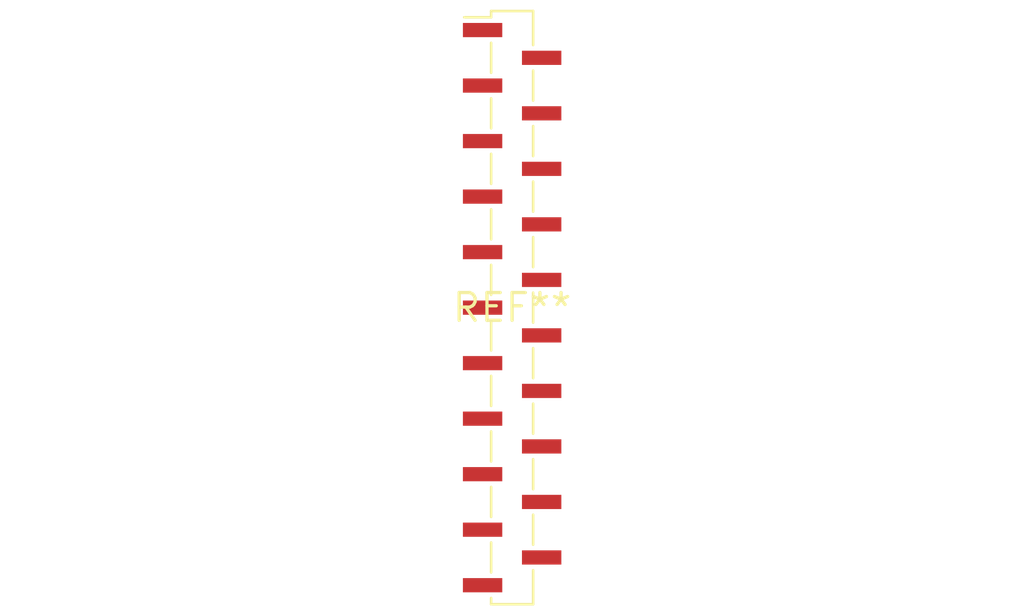
<source format=kicad_pcb>
(kicad_pcb (version 20240108) (generator pcbnew)
  (layers (0 "F.Cu" signal) (31 "B.Cu" signal) (34 "B.Paste" user) (35 "F.Paste" user) (36 "B.SilkS" user "B.Silkscreen") (37 "F.SilkS" user "F.Silkscreen") (38 "B.Mask" user) (39 "F.Mask" user) (44 "Edge.Cuts" user))
  (net 0 "")
  (footprint "PinSocket_1x21_P1.27mm_Vertical_SMD_Pin1Left" (layer "F.Cu") (at 0 0)
    (property "Reference" "REF**")
    (property "Value" "PinSocket_1x21_P1.27mm_Vertical_SMD_Pin1Left")
    (fp_line (start -2.19 -13.285) (end -0.96 -13.285) (layer "F.SilkS") (stroke (width 0.12)))
    (fp_line (start -0.96 -13.57) (end -0.96 -13.285) (layer "F.SilkS") (stroke (width 0.12)))
    (fp_line (start -0.96 -13.57) (end 0.96 -13.57) (layer "F.SilkS") (stroke (width 0.12)))
    (fp_line (start -0.96 -12.115) (end -0.96 -10.745) (layer "F.SilkS") (stroke (width 0.12)))
    (fp_line (start -0.96 -9.575) (end -0.96 -8.205) (layer "F.SilkS") (stroke (width 0.12)))
    (fp_line (start -0.96 -7.035) (end -0.96 -5.665) (layer "F.SilkS") (stroke (width 0.12)))
    (fp_line (start -0.96 -4.495) (end -0.96 -3.125) (layer "F.SilkS") (stroke (width 0.12)))
    (fp_line (start -0.96 -1.955) (end -0.96 -0.585) (layer "F.SilkS") (stroke (width 0.12)))
    (fp_line (start -0.96 0.585) (end -0.96 1.955) (layer "F.SilkS") (stroke (width 0.12)))
    (fp_line (start -0.96 3.125) (end -0.96 4.495) (layer "F.SilkS") (stroke (width 0.12)))
    (fp_line (start -0.96 5.665) (end -0.96 7.035) (layer "F.SilkS") (stroke (width 0.12)))
    (fp_line (start -0.96 8.205) (end -0.96 9.575) (layer "F.SilkS") (stroke (width 0.12)))
    (fp_line (start -0.96 10.745) (end -0.96 12.115) (layer "F.SilkS") (stroke (width 0.12)))
    (fp_line (start -0.96 13.285) (end -0.96 13.57) (layer "F.SilkS") (stroke (width 0.12)))
    (fp_line (start -0.96 13.57) (end 0.96 13.57) (layer "F.SilkS") (stroke (width 0.12)))
    (fp_line (start 0.96 -13.57) (end 0.96 -12.015) (layer "F.SilkS") (stroke (width 0.12)))
    (fp_line (start 0.96 -10.845) (end 0.96 -9.475) (layer "F.SilkS") (stroke (width 0.12)))
    (fp_line (start 0.96 -8.305) (end 0.96 -6.935) (layer "F.SilkS") (stroke (width 0.12)))
    (fp_line (start 0.96 -5.765) (end 0.96 -4.395) (layer "F.SilkS") (stroke (width 0.12)))
    (fp_line (start 0.96 -3.225) (end 0.96 -1.855) (layer "F.SilkS") (stroke (width 0.12)))
    (fp_line (start 0.96 -0.685) (end 0.96 0.685) (layer "F.SilkS") (stroke (width 0.12)))
    (fp_line (start 0.96 1.855) (end 0.96 3.225) (layer "F.SilkS") (stroke (width 0.12)))
    (fp_line (start 0.96 4.395) (end 0.96 5.765) (layer "F.SilkS") (stroke (width 0.12)))
    (fp_line (start 0.96 6.935) (end 0.96 8.305) (layer "F.SilkS") (stroke (width 0.12)))
    (fp_line (start 0.96 9.475) (end 0.96 10.845) (layer "F.SilkS") (stroke (width 0.12)))
    (fp_line (start 0.96 12.015) (end 0.96 13.57) (layer "F.SilkS") (stroke (width 0.12)))
    (pad "1" smd rect (at -1.35 -12.7) (size 1.8 0.65) (layers "F.Cu" "F.Paste" "F.Mask"))
    (pad "2" smd rect (at 1.35 -11.43) (size 1.8 0.65) (layers "F.Cu" "F.Paste" "F.Mask"))
    (pad "3" smd rect (at -1.35 -10.16) (size 1.8 0.65) (layers "F.Cu" "F.Paste" "F.Mask"))
    (pad "4" smd rect (at 1.35 -8.89) (size 1.8 0.65) (layers "F.Cu" "F.Paste" "F.Mask"))
    (pad "5" smd rect (at -1.35 -7.62) (size 1.8 0.65) (layers "F.Cu" "F.Paste" "F.Mask"))
    (pad "6" smd rect (at 1.35 -6.35) (size 1.8 0.65) (layers "F.Cu" "F.Paste" "F.Mask"))
    (pad "7" smd rect (at -1.35 -5.08) (size 1.8 0.65) (layers "F.Cu" "F.Paste" "F.Mask"))
    (pad "8" smd rect (at 1.35 -3.81) (size 1.8 0.65) (layers "F.Cu" "F.Paste" "F.Mask"))
    (pad "9" smd rect (at -1.35 -2.54) (size 1.8 0.65) (layers "F.Cu" "F.Paste" "F.Mask"))
    (pad "10" smd rect (at 1.35 -1.27) (size 1.8 0.65) (layers "F.Cu" "F.Paste" "F.Mask"))
    (pad "11" smd rect (at -1.35 0) (size 1.8 0.65) (layers "F.Cu" "F.Paste" "F.Mask"))
    (pad "12" smd rect (at 1.35 1.27) (size 1.8 0.65) (layers "F.Cu" "F.Paste" "F.Mask"))
    (pad "13" smd rect (at -1.35 2.54) (size 1.8 0.65) (layers "F.Cu" "F.Paste" "F.Mask"))
    (pad "14" smd rect (at 1.35 3.81) (size 1.8 0.65) (layers "F.Cu" "F.Paste" "F.Mask"))
    (pad "15" smd rect (at -1.35 5.08) (size 1.8 0.65) (layers "F.Cu" "F.Paste" "F.Mask"))
    (pad "16" smd rect (at 1.35 6.35) (size 1.8 0.65) (layers "F.Cu" "F.Paste" "F.Mask"))
    (pad "17" smd rect (at -1.35 7.62) (size 1.8 0.65) (layers "F.Cu" "F.Paste" "F.Mask"))
    (pad "18" smd rect (at 1.35 8.89) (size 1.8 0.65) (layers "F.Cu" "F.Paste" "F.Mask"))
    (pad "19" smd rect (at -1.35 10.16) (size 1.8 0.65) (layers "F.Cu" "F.Paste" "F.Mask"))
    (pad "20" smd rect (at 1.35 11.43) (size 1.8 0.65) (layers "F.Cu" "F.Paste" "F.Mask"))
    (pad "21" smd rect (at -1.35 12.7) (size 1.8 0.65) (layers "F.Cu" "F.Paste" "F.Mask"))
  )
)
</source>
